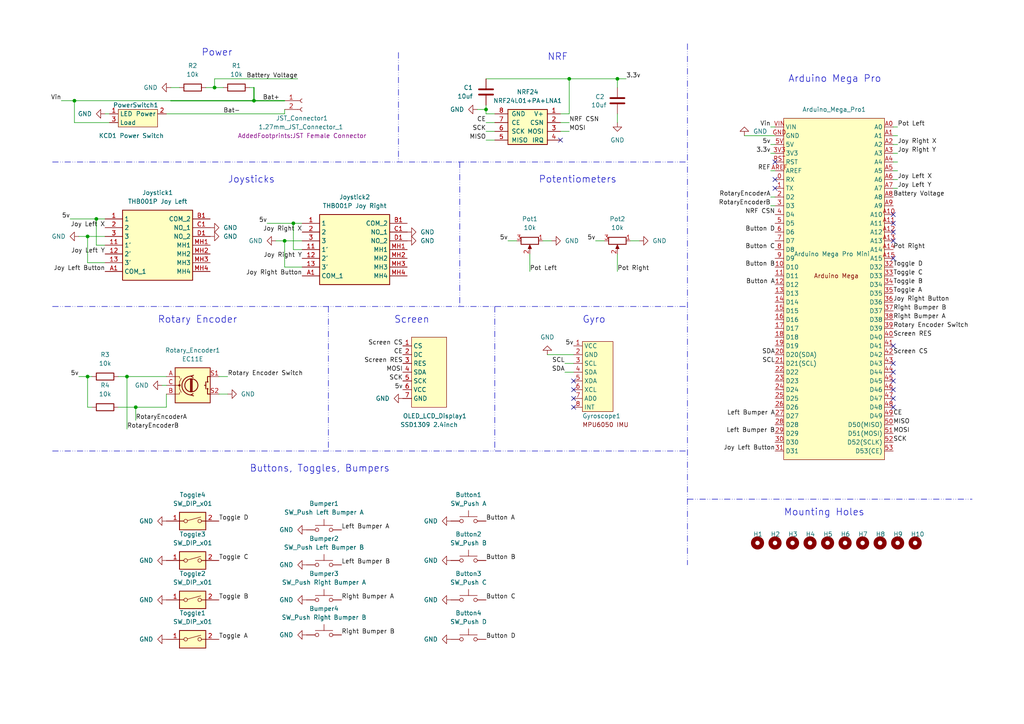
<source format=kicad_sch>
(kicad_sch (version 20230121) (generator eeschema)
  (paper "A4")
  (title_block (title "Arduino Nano Powered RC Transmitter") (date "2025-02-10") (rev "1.04") (company "Aecert Robotics ") (comment 1 "Gyroscope, 3.5 Inch Touchscreen, Rechargable Battery.") (comment 2 "2 Joysticks, 4 Buttons, 4 Bumpers, 4 Toggle Switches, Rotary Encoder, 2 Potentiometers,") (comment 3 "Features:"))
  (lib_symbols
    (symbol "Connector:Conn_01x02_Socket" (pin_names (offset 1.016) hide)
      (property "Reference" "J" (at 0 2.54 0))
      (property "Value" "Conn_01x02_Socket" (at 0 -5.08 0))
      (symbol "Conn_01x02_Socket_1_1"
        (arc (start 0 -2.032) (mid -0.5058 -2.54) (end 0 -3.048) (stroke (width 0.1524)))
        (polyline (pts (xy -1.27 -2.54) (xy -0.508 -2.54)) (stroke (width 0.1524)))
        (polyline (pts (xy -1.27 0) (xy -0.508 0)) (stroke (width 0.1524)))
        (arc (start 0 0.508) (mid -0.5058 0) (end 0 -0.508) (stroke (width 0.1524)))
        (pin passive line (at -5.08 0 0) (length 3.81) (name "Pin_1") (number "1"))
        (pin passive line (at -5.08 -2.54 0) (length 3.81) (name "Pin_2") (number "2"))
      )
    )
    (symbol "Connector_Generic:Conn_02x04_Counter_Clockwise" (pin_names (offset 1.016))
      (property "Reference" "N1" (at 4.445 8.89 0))
      (property "Value" "NRF24L01" (at 4.445 6.35 0))
      (symbol "Conn_02x04_Counter_Clockwise_1_1"
        (rectangle (start -1.27 3.81) (end 10.16 -6.35) (stroke (width 0.254)) (fill (type background)))
        (pin power_in line (at -5.08 2.54 0) (length 3.81) (name "V+") (number "1"))
        (pin input line (at -5.08 0 0) (length 3.81) (name "CSN") (number "2"))
        (pin input line (at -5.08 -2.54 0) (length 3.81) (name "MOSI") (number "3"))
        (pin input line (at -5.08 -5.08 0) (length 3.81) (name "IRQ") (number "4"))
        (pin input line (at 13.97 -5.08 180) (length 3.81) (name "MISO") (number "5"))
        (pin input line (at 13.97 -2.54 180) (length 3.81) (name "SCK") (number "6"))
        (pin input line (at 13.97 0 180) (length 3.81) (name "CE") (number "7"))
        (pin power_out line (at 13.97 2.54 180) (length 3.81) (name "GND") (number "8"))
      )
    )
    (symbol "Device:C" (pin_numbers hide) (pin_names (offset 0.254))
      (property "Reference" "C" (at 0.635 2.54 0))
      (property "Value" "C" (at 0.635 -2.54 0))
      (symbol "C_0_1"
        (polyline (pts (xy -2.032 -0.762) (xy 2.032 -0.762)) (stroke (width 0.508)))
        (polyline (pts (xy -2.032 0.762) (xy 2.032 0.762)) (stroke (width 0.508)))
      )
      (symbol "C_1_1"
        (pin passive line (at 0 3.81 270) (length 2.794) (name "~") (number "1"))
        (pin passive line (at 0 -3.81 90) (length 2.794) (name "~") (number "2"))
      )
    )
    (symbol "Device:R" (pin_numbers hide) (pin_names (offset 0))
      (property "Reference" "R" (at 2.032 0 90))
      (property "Value" "R" (at 0 0 90))
      (symbol "R_0_1"
        (rectangle (start -1.016 -2.54) (end 1.016 2.54) (stroke (width 0.254)))
      )
      (symbol "R_1_1"
        (pin passive line (at 0 3.81 270) (length 1.27) (name "~") (number "1"))
        (pin passive line (at 0 -3.81 90) (length 1.27) (name "~") (number "2"))
      )
    )
    (symbol "Device:R_Potentiometer" (pin_names (offset 1.016) hide)
      (property "Reference" "RV" (at -4.445 0 90))
      (property "Value" "R_Potentiometer" (at -2.54 0 90))
      (symbol "R_Potentiometer_0_1"
        (polyline (pts (xy 2.54 0) (xy 1.524 0)))
        (polyline (pts (xy 1.143 0) (xy 2.286 0.508) (xy 2.286 -0.508) (xy 1.143 0)) (fill (type outline)))
        (rectangle (start 1.016 2.54) (end -1.016 -2.54) (stroke (width 0.254)))
      )
      (symbol "R_Potentiometer_1_1"
        (pin passive line (at 0 3.81 270) (length 1.27) (name "1") (number "1"))
        (pin passive line (at 3.81 0 180) (length 1.27) (name "2") (number "2"))
        (pin passive line (at 0 -3.81 90) (length 1.27) (name "3") (number "3"))
      )
    )
    (symbol "Device:RotaryEncoder_Switch" (pin_names (offset 0.254) hide)
      (property "Reference" "SW" (at 0 6.604 0))
      (property "Value" "RotaryEncoder_Switch" (at 0 -6.604 0))
      (symbol "RotaryEncoder_Switch_0_1"
        (rectangle (start -5.08 5.08) (end 5.08 -5.08) (stroke (width 0.254)) (fill (type background)))
        (circle (center -3.81 0) (radius 0.254) (fill (type outline)))
        (circle (center -0.381 0) (radius 1.905) (stroke (width 0.254)))
        (arc (start -0.381 2.667) (mid -3.0988 -0.0635) (end -0.381 -2.794) (stroke (width 0.254)))
        (polyline (pts (xy -0.635 -1.778) (xy -0.635 1.778)) (stroke (width 0.254)))
        (polyline (pts (xy -0.381 -1.778) (xy -0.381 1.778)) (stroke (width 0.254)))
        (polyline (pts (xy -0.127 1.778) (xy -0.127 -1.778)) (stroke (width 0.254)))
        (polyline (pts (xy 3.81 0) (xy 3.429 0)) (stroke (width 0.254)))
        (polyline (pts (xy 3.81 1.016) (xy 3.81 -1.016)) (stroke (width 0.254)))
        (polyline (pts (xy -5.08 -2.54) (xy -3.81 -2.54) (xy -3.81 -2.032)))
        (polyline (pts (xy -5.08 2.54) (xy -3.81 2.54) (xy -3.81 2.032)))
        (polyline (pts (xy 0.254 -3.048) (xy -0.508 -2.794) (xy 0.127 -2.413)) (stroke (width 0.254)))
        (polyline (pts (xy 0.254 2.921) (xy -0.508 2.667) (xy 0.127 2.286)) (stroke (width 0.254)))
        (polyline (pts (xy 5.08 -2.54) (xy 4.318 -2.54) (xy 4.318 -1.016)) (stroke (width 0.254)))
        (polyline (pts (xy 5.08 2.54) (xy 4.318 2.54) (xy 4.318 1.016)) (stroke (width 0.254)))
        (polyline (pts (xy -5.08 0) (xy -3.81 0) (xy -3.81 -1.016) (xy -3.302 -2.032)))
        (polyline (pts (xy -4.318 0) (xy -3.81 0) (xy -3.81 1.016) (xy -3.302 2.032)))
        (circle (center 4.318 -1.016) (radius 0.127) (stroke (width 0.254)))
        (circle (center 4.318 1.016) (radius 0.127) (stroke (width 0.254)))
      )
      (symbol "RotaryEncoder_Switch_1_1"
        (pin passive line (at -7.62 2.54 0) (length 2.54) (name "A") (number "A"))
        (pin passive line (at -7.62 -2.54 0) (length 2.54) (name "B") (number "B"))
        (pin passive line (at -7.62 0 0) (length 2.54) (name "C") (number "C"))
        (pin passive line (at 7.62 2.54 180) (length 2.54) (name "S1") (number "S1"))
        (pin passive line (at 7.62 -2.54 180) (length 2.54) (name "S2") (number "S2"))
      )
    )
    (symbol "Mechanical:MountingHole" (pin_names (offset 1.016))
      (property "Reference" "H" (at 0 5.08 0))
      (property "Value" "MountingHole" (at 0 3.175 0))
      (symbol "MountingHole_0_1"
        (circle (center 0 0) (radius 1.27) (stroke (width 1.27)))
      )
    )
    (symbol "Modules:Arduino_Mega"
      (property "Reference" "M" (at 13.97 26.67 0))
      (symbol "Arduino_Mega_1_1"
        (rectangle (start 0 24.13) (end 29.21 -74.93) (fill (type background)))
        (text "Arduino Mega" (at 15.24 -21.59 0) (effects (font (size 1.27 1.27))))
        (pin bidirectional line (at -2.54 6.35 0) (length 2.54) (name "RX") (number "0"))
        (pin bidirectional line (at -2.54 3.81 0) (length 2.54) (name "TX") (number "1"))
        (pin bidirectional line (at -2.54 -19.05 0) (length 2.54) (name "D10") (number "10"))
        (pin bidirectional line (at -2.54 -21.59 0) (length 2.54) (name "D11") (number "11"))
        (pin bidirectional line (at -2.54 -24.13 0) (length 2.54) (name "D12") (number "12"))
        (pin bidirectional line (at -2.54 -26.67 0) (length 2.54) (name "D13") (number "13"))
        (pin bidirectional line (at -2.54 -29.21 0) (length 2.54) (name "D14") (number "14"))
        (pin bidirectional line (at -2.54 -31.75 0) (length 2.54) (name "D15") (number "15"))
        (pin bidirectional line (at -2.54 -34.29 0) (length 2.54) (name "D16") (number "16"))
        (pin bidirectional line (at -2.54 -36.83 0) (length 2.54) (name "D17") (number "17"))
        (pin bidirectional line (at -2.54 -39.37 0) (length 2.54) (name "D18") (number "18"))
        (pin bidirectional line (at -2.54 -41.91 0) (length 2.54) (name "D19") (number "19"))
        (pin bidirectional line (at -2.54 1.27 0) (length 2.54) (name "D2") (number "2"))
        (pin bidirectional line (at -2.54 -44.45 0) (length 2.54) (name "D20(SDA)") (number "20"))
        (pin bidirectional line (at -2.54 -46.99 0) (length 2.54) (name "D21(SCL)") (number "21"))
        (pin bidirectional line (at -2.54 -49.53 0) (length 2.54) (name "D22") (number "22"))
        (pin bidirectional line (at -2.54 -52.07 0) (length 2.54) (name "D23") (number "23"))
        (pin bidirectional line (at -2.54 -54.61 0) (length 2.54) (name "D24") (number "24"))
        (pin bidirectional line (at -2.54 -57.15 0) (length 2.54) (name "D25") (number "25"))
        (pin bidirectional line (at -2.54 -59.69 0) (length 2.54) (name "D26") (number "26"))
        (pin bidirectional line (at -2.54 -62.23 0) (length 2.54) (name "D27") (number "27"))
        (pin bidirectional line (at -2.54 -64.77 0) (length 2.54) (name "D28") (number "28"))
        (pin bidirectional line (at -2.54 -67.31 0) (length 2.54) (name "D29") (number "29"))
        (pin bidirectional line (at -2.54 -1.27 0) (length 2.54) (name "D3") (number "3"))
        (pin bidirectional line (at -2.54 -69.85 0) (length 2.54) (name "D30") (number "30"))
        (pin bidirectional line (at -2.54 -72.39 0) (length 2.54) (name "D31") (number "31"))
        (pin bidirectional line (at 31.75 -19.05 180) (length 2.54) (name "D32") (number "32"))
        (pin bidirectional line (at 31.75 -21.59 180) (length 2.54) (name "D33") (number "33"))
        (pin bidirectional line (at 31.75 -24.13 180) (length 2.54) (name "D34") (number "34"))
        (pin bidirectional line (at 31.75 -26.67 180) (length 2.54) (name "D35") (number "35"))
        (pin bidirectional line (at 31.75 -29.21 180) (length 2.54) (name "D36") (number "36"))
        (pin bidirectional line (at 31.75 -31.75 180) (length 2.54) (name "D37") (number "37"))
        (pin bidirectional line (at 31.75 -34.29 180) (length 2.54) (name "D38") (number "38"))
        (pin bidirectional line (at 31.75 -36.83 180) (length 2.54) (name "D39") (number "39"))
        (pin power_out line (at -2.54 13.97 0) (length 2.54) (name "3V3") (number "3V3"))
        (pin bidirectional line (at -2.54 -3.81 0) (length 2.54) (name "D4") (number "4"))
        (pin bidirectional line (at 31.75 -39.37 180) (length 2.54) (name "D40") (number "40"))
        (pin bidirectional line (at 31.75 -41.91 180) (length 2.54) (name "D41") (number "41"))
        (pin bidirectional line (at 31.75 -44.45 180) (length 2.54) (name "D42") (number "42"))
        (pin bidirectional line (at 31.75 -46.99 180) (length 2.54) (name "D43") (number "43"))
        (pin bidirectional line (at 31.75 -49.53 180) (length 2.54) (name "D44") (number "44"))
        (pin bidirectional line (at 31.75 -52.07 180) (length 2.54) (name "D45") (number "45"))
        (pin bidirectional line (at 31.75 -54.61 180) (length 2.54) (name "D46") (number "46"))
        (pin bidirectional line (at 31.75 -57.15 180) (length 2.54) (name "D47") (number "47"))
        (pin bidirectional line (at 31.75 -59.69 180) (length 2.54) (name "D48") (number "48"))
        (pin bidirectional line (at 31.75 -62.23 180) (length 2.54) (name "D49") (number "49"))
        (pin bidirectional line (at -2.54 -6.35 0) (length 2.54) (name "D5") (number "5"))
        (pin bidirectional line (at 31.75 -64.77 180) (length 2.54) (name "D50(MISO)") (number "50"))
        (pin bidirectional line (at 31.75 -67.31 180) (length 2.54) (name "D51(MOSI)") (number "51"))
        (pin bidirectional line (at 31.75 -69.85 180) (length 2.54) (name "D52(SCLK)") (number "52"))
        (pin bidirectional line (at 31.75 -72.39 180) (length 2.54) (name "D53(CE)") (number "53"))
        (pin power_out line (at -2.54 16.51 0) (length 2.54) (name "5V") (number "5V"))
        (pin bidirectional line (at -2.54 -8.89 0) (length 2.54) (name "D6") (number "6"))
        (pin bidirectional line (at -2.54 -11.43 0) (length 2.54) (name "D7") (number "7"))
        (pin bidirectional line (at -2.54 -13.97 0) (length 2.54) (name "D8") (number "8"))
        (pin bidirectional line (at -2.54 -16.51 0) (length 2.54) (name "D9") (number "9"))
        (pin bidirectional line (at 31.75 21.59 180) (length 2.54) (name "A0") (number "A0"))
        (pin bidirectional line (at 31.75 19.05 180) (length 2.54) (name "A1") (number "A1"))
        (pin bidirectional line (at 31.75 -3.81 180) (length 2.54) (name "A10") (number "A10"))
        (pin bidirectional line (at 31.75 -6.35 180) (length 2.54) (name "A11") (number "A11"))
        (pin bidirectional line (at 31.75 -8.89 180) (length 2.54) (name "A12") (number "A12"))
        (pin bidirectional line (at 31.75 -11.43 180) (length 2.54) (name "A13") (number "A13"))
        (pin bidirectional line (at 31.75 -13.97 180) (length 2.54) (name "A14") (number "A14"))
        (pin bidirectional line (at 31.75 -16.51 180) (length 2.54) (name "A15") (number "A15"))
        (pin bidirectional line (at 31.75 16.51 180) (length 2.54) (name "A2") (number "A2"))
        (pin bidirectional line (at 31.75 13.97 180) (length 2.54) (name "A3") (number "A3"))
        (pin bidirectional line (at 31.75 11.43 180) (length 2.54) (name "A4") (number "A4"))
        (pin bidirectional line (at 31.75 8.89 180) (length 2.54) (name "A5") (number "A5"))
        (pin bidirectional line (at 31.75 6.35 180) (length 2.54) (name "A6") (number "A6"))
        (pin bidirectional line (at 31.75 3.81 180) (length 2.54) (name "A7") (number "A7"))
        (pin bidirectional line (at 31.75 1.27 180) (length 2.54) (name "A8") (number "A8"))
        (pin bidirectional line (at 31.75 -1.27 180) (length 2.54) (name "A9") (number "A9"))
        (pin bidirectional line (at -2.54 8.89 0) (length 2.54) (name "AREF") (number "AREF"))
        (pin power_in line (at -2.54 19.05 0) (length 2.54) (name "GND") (number "GND"))
        (pin input line (at -2.54 11.43 0) (length 2.54) (name "RST") (number "RST"))
        (pin power_in line (at -2.54 21.59 0) (length 2.54) (name "VIN") (number "VIN"))
      )
    )
    (symbol "Modules:KCD1_3_Pin_Toggle_Switch"
      (property "Reference" "K" (at 1.27 3.81 0))
      (symbol "KCD1_3_Pin_Toggle_Switch_1_1"
        (rectangle (start -2.54 2.54) (end 8.89 -2.54) (fill (type background)))
        (pin bidirectional line (at -5.08 1.27 0) (length 2.54) (name "LED") (number "1"))
        (pin bidirectional line (at 11.43 1.27 180) (length 2.54) (name "Power") (number "2"))
        (pin power_in line (at -5.08 -1.27 0) (length 2.54) (name "Load") (number "3"))
      )
    )
    (symbol "Modules:MPU6050_IMU"
      (property "Reference" "G1" (at -3.81 -10.16 0))
      (property "Value" "~" (at 0 0 0))
      (symbol "MPU6050_IMU_1_1"
        (rectangle (start -3.81 11.43) (end 5.08 -8.89) (fill (type background)))
        (text "MPU6050 IMU" (at -3.81 -12.7 0) (effects (font (size 1.27 1.27)) (justify left)))
        (pin power_in line (at -6.35 10.16 0) (length 2.54) (name "VCC") (number "1"))
        (pin power_in line (at -6.35 7.62 0) (length 2.54) (name "GND") (number "2"))
        (pin output line (at -6.35 5.08 0) (length 2.54) (name "SCL") (number "3"))
        (pin output line (at -6.35 2.54 0) (length 2.54) (name "SDA") (number "4"))
        (pin input line (at -6.35 0 0) (length 2.54) (name "XDA") (number "5"))
        (pin input line (at -6.35 -2.54 0) (length 2.54) (name "XCL") (number "6"))
        (pin input line (at -6.35 -5.08 0) (length 2.54) (name "AD0") (number "7"))
        (pin input line (at -6.35 -7.62 0) (length 2.54) (name "INT") (number "8"))
      )
    )
    (symbol "Modules:SSD1309_2.4_Inch_OLED"
      (property "Reference" "S" (at 3.81 16.51 0))
      (symbol "SSD1309_2.4_Inch_OLED_1_1"
        (rectangle (start -1.27 15.24) (end 8.89 -5.08) (fill (type background)))
        (pin bidirectional line (at -3.81 12.7 0) (length 2.54) (name "CS") (number "1"))
        (pin bidirectional line (at -3.81 10.16 0) (length 2.54) (name "DC") (number "2"))
        (pin bidirectional line (at -3.81 7.62 0) (length 2.54) (name "RES") (number "3"))
        (pin bidirectional line (at -3.81 5.08 0) (length 2.54) (name "SDA") (number "4"))
        (pin bidirectional line (at -3.81 2.54 0) (length 2.54) (name "SCK") (number "5"))
        (pin bidirectional line (at -3.81 0 0) (length 2.54) (name "VCC") (number "6"))
        (pin bidirectional line (at -3.81 -2.54 0) (length 2.54) (name "GND") (number "7"))
      )
    )
    (symbol "Switch:SW_DIP_x01" (pin_names (offset 0) hide)
      (property "Reference" "SW" (at 0 3.81 0))
      (property "Value" "SW_DIP_x01" (at 0 -3.81 0))
      (symbol "SW_DIP_x01_0_0"
        (circle (center -2.032 0) (radius 0.508))
        (polyline (pts (xy -1.524 0.127) (xy 2.3622 1.1684)))
        (circle (center 2.032 0) (radius 0.508))
      )
      (symbol "SW_DIP_x01_0_1"
        (rectangle (start -3.81 2.54) (end 3.81 -2.54) (stroke (width 0.254)) (fill (type background)))
      )
      (symbol "SW_DIP_x01_1_1"
        (pin passive line (at -7.62 0 0) (length 5.08) (name "~") (number "1"))
        (pin passive line (at 7.62 0 180) (length 5.08) (name "~") (number "2"))
      )
    )
    (symbol "Switch:SW_Push" (pin_numbers hide) (pin_names (offset 1.016) hide)
      (property "Reference" "SW" (at 1.27 2.54 0))
      (property "Value" "SW_Push" (at 0 -1.524 0))
      (symbol "SW_Push_0_1"
        (circle (center -2.032 0) (radius 0.508))
        (polyline (pts (xy 0 1.27) (xy 0 3.048)))
        (polyline (pts (xy 2.54 1.27) (xy -2.54 1.27)))
        (circle (center 2.032 0) (radius 0.508))
        (pin passive line (at -5.08 0 0) (length 2.54) (name "1") (number "1"))
        (pin passive line (at 5.08 0 180) (length 2.54) (name "2") (number "2"))
      )
    )
    (symbol "THB001P:THB001P"
      (property "Reference" "S" (at 26.67 7.62 0))
      (property "Value" "THB001P" (at 26.67 5.08 0))
      (symbol "THB001P_1_1"
        (rectangle (start 5.08 2.54) (end 25.4 -17.78) (stroke (width 0.254)) (fill (type background)))
        (pin passive line (at 0 0 0) (length 5.08) (name "1") (number "1"))
        (pin passive line (at 0 -7.62 0) (length 5.08) (name "1'") (number "11"))
        (pin passive line (at 0 -10.16 0) (length 5.08) (name "2'") (number "12"))
        (pin passive line (at 0 -12.7 0) (length 5.08) (name "3'") (number "13"))
        (pin passive line (at 0 -2.54 0) (length 5.08) (name "2") (number "2"))
        (pin passive line (at 0 -5.08 0) (length 5.08) (name "3") (number "3"))
        (pin passive line (at 0 -15.24 0) (length 5.08) (name "COM_1") (number "A1"))
        (pin passive line (at 30.48 0 180) (length 5.08) (name "COM_2") (number "B1"))
        (pin passive line (at 30.48 -2.54 180) (length 5.08) (name "NO_1") (number "C1"))
        (pin passive line (at 30.48 -5.08 180) (length 5.08) (name "NO_2") (number "D1"))
        (pin passive line (at 30.48 -7.62 180) (length 5.08) (name "MH1") (number "MH1"))
        (pin passive line (at 30.48 -10.16 180) (length 5.08) (name "MH2") (number "MH2"))
        (pin passive line (at 30.48 -12.7 180) (length 5.08) (name "MH3") (number "MH3"))
        (pin passive line (at 30.48 -15.24 180) (length 5.08) (name "MH4") (number "MH4"))
      )
    )
    (symbol "power:GND" (power) (pin_names (offset 0))
      (property "Value" "GND" (at 0 -3.81 0))
      (symbol "GND_0_1"
        (polyline (pts (xy 0 0) (xy 0 -1.27) (xy 1.27 -1.27) (xy 0 -2.54) (xy -1.27 -1.27) (xy 0 -1.27)))
      )
      (symbol "GND_1_1"
        (pin power_in line (at 0 0 270) (length 0) hide (name "GND") (number "1"))
      )
    )
  )
  (junction (at 73.66 29.21))
  (junction (at 25.4 109.22))
  (junction (at 25.4 68.58))
  (junction (at 165.1 22.86))
  (junction (at 39.37 118.11))
  (junction (at 27.94 63.5))
  (junction (at 21.59 29.21))
  (junction (at 179.07 22.86))
  (junction (at 36.83 109.22))
  (junction (at 140.97 31.75))
  (junction (at 82.55 69.85))
  (junction (at 62.23 25.4))
  (junction (at 85.09 64.77))
  (no_connect (at 166.37 110.49))
  (no_connect (at 259.08 105.41))
  (no_connect (at 166.37 115.57))
  (no_connect (at 166.37 118.11))
  (no_connect (at 259.08 67.31))
  (no_connect (at 259.08 62.23))
  (no_connect (at 259.08 115.57))
  (no_connect (at 259.08 113.03))
  (no_connect (at 162.56 40.64))
  (no_connect (at 259.08 110.49))
  (no_connect (at 259.08 74.93))
  (no_connect (at 259.08 107.95))
  (no_connect (at 259.08 69.85))
  (no_connect (at 224.79 54.61))
  (no_connect (at 259.08 64.77))
  (no_connect (at 166.37 113.03))
  (no_connect (at 224.79 46.99))
  (no_connect (at 259.08 100.33))
  (no_connect (at 224.79 52.07))
  (no_connect (at 259.08 118.11))
  (wire (pts (xy 140.97 22.86) (xy 165.1 22.86)))
  (wire (pts (xy 62.23 25.4) (xy 64.77 25.4)))
  (wire (pts (xy 147.32 69.85) (xy 149.86 69.85)))
  (wire (pts (xy 85.09 64.77) (xy 85.09 72.39)))
  (wire (pts (xy 59.69 25.4) (xy 62.23 25.4)))
  (wire (pts (xy 62.23 22.86) (xy 62.23 25.4)))
  (wire (pts (xy 30.48 76.2) (xy 25.4 76.2)))
  (wire (pts (xy 140.97 31.75) (xy 138.43 31.75)))
  (wire (pts (xy 158.75 102.87) (xy 166.37 102.87)))
  (wire (pts (xy 185.42 69.85) (xy 182.88 69.85)))
  (wire (pts (xy 140.97 30.48) (xy 140.97 31.75)))
  (wire (pts (xy 143.51 33.02) (xy 140.97 33.02)))
  (wire (pts (xy 165.1 22.86) (xy 179.07 22.86)))
  (wire (pts (xy 20.32 63.5) (xy 27.94 63.5)))
  (wire (pts (xy 34.29 109.22) (xy 36.83 109.22)))
  (wire (pts (xy 260.35 52.07) (xy 259.08 52.07)))
  (wire (pts (xy 260.35 41.91) (xy 259.08 41.91)))
  (wire (pts (xy 87.63 72.39) (xy 85.09 72.39)))
  (wire (pts (xy 63.5 114.3) (xy 66.04 114.3)))
  (wire (pts (xy 22.86 109.22) (xy 25.4 109.22)))
  (wire (pts (xy 62.23 22.86) (xy 86.36 22.86)))
  (wire (pts (xy 260.35 36.83) (xy 259.08 36.83)))
  (wire (pts (xy 85.09 64.77) (xy 87.63 64.77)))
  (wire (pts (xy 87.63 77.47) (xy 82.55 77.47)))
  (wire (pts (xy 49.53 25.4) (xy 52.07 25.4)))
  (wire (pts (xy 223.52 36.83) (xy 224.79 36.83)))
  (wire (pts (xy 27.94 63.5) (xy 30.48 63.5)))
  (wire (pts (xy 30.48 71.12) (xy 27.94 71.12)))
  (wire (pts (xy 31.75 35.56) (xy 21.59 35.56)))
  (wire (pts (xy 223.52 44.45) (xy 224.79 44.45)))
  (wire (pts (xy 163.83 107.95) (xy 166.37 107.95)))
  (wire (pts (xy 27.94 63.5) (xy 27.94 71.12)))
  (wire (pts (xy 36.83 124.46) (xy 36.83 109.22)))
  (wire (pts (xy 165.1 33.02) (xy 162.56 33.02)))
  (wire (pts (xy 21.59 29.21) (xy 49.53 29.21)))
  (wire (pts (xy 163.83 105.41) (xy 166.37 105.41)))
  (wire (pts (xy 25.4 68.58) (xy 30.48 68.58)))
  (wire (pts (xy 260.35 39.37) (xy 259.08 39.37)))
  (wire (pts (xy 172.72 69.85) (xy 175.26 69.85)))
  (wire (pts (xy 22.86 68.58) (xy 25.4 68.58)))
  (wire (pts (xy 77.47 64.77) (xy 85.09 64.77)))
  (wire (pts (xy 49.53 29.21) (xy 73.66 29.21)) (stroke (width 0.3)))
  (wire (pts (xy 25.4 68.58) (xy 25.4 76.2)))
  (wire (pts (xy 215.9 39.37) (xy 224.79 39.37)))
  (wire (pts (xy 179.07 22.86) (xy 179.07 25.4)))
  (wire (pts (xy 36.83 109.22) (xy 48.26 109.22)))
  (wire (pts (xy 46.99 111.76) (xy 48.26 111.76)))
  (wire (pts (xy 82.55 69.85) (xy 82.55 77.47)))
  (wire (pts (xy 153.67 78.74) (xy 153.67 73.66)))
  (wire (pts (xy 73.66 25.4) (xy 73.66 29.21)) (stroke (width 0.3)))
  (wire (pts (xy 39.37 118.11) (xy 39.37 121.92)))
  (wire (pts (xy 82.55 69.85) (xy 87.63 69.85)))
  (wire (pts (xy 82.55 33.02) (xy 82.55 31.75)))
  (wire (pts (xy 165.1 35.56) (xy 162.56 35.56)))
  (wire (pts (xy 17.78 29.21) (xy 21.59 29.21)))
  (wire (pts (xy 260.35 49.53) (xy 259.08 49.53)))
  (wire (pts (xy 66.04 109.22) (xy 63.5 109.22)))
  (wire (pts (xy 140.97 38.1) (xy 143.51 38.1)))
  (wire (pts (xy 260.35 46.99) (xy 259.08 46.99)))
  (wire (pts (xy 80.01 69.85) (xy 82.55 69.85)))
  (wire (pts (xy 30.48 33.02) (xy 31.75 33.02)))
  (wire (pts (xy 179.07 78.74) (xy 179.07 73.66)))
  (wire (pts (xy 48.26 33.02) (xy 82.55 33.02)))
  (wire (pts (xy 39.37 118.11) (xy 48.26 118.11)))
  (wire (pts (xy 48.26 114.3) (xy 48.26 118.11)))
  (wire (pts (xy 73.66 29.21) (xy 82.55 29.21)) (stroke (width 0.3)))
  (wire (pts (xy 223.52 49.53) (xy 224.79 49.53)))
  (wire (pts (xy 25.4 118.11) (xy 26.67 118.11)))
  (wire (pts (xy 260.35 54.61) (xy 259.08 54.61)))
  (wire (pts (xy 165.1 38.1) (xy 162.56 38.1)))
  (wire (pts (xy 260.35 44.45) (xy 259.08 44.45)))
  (wire (pts (xy 140.97 40.64) (xy 143.51 40.64)))
  (wire (pts (xy 72.39 25.4) (xy 73.66 25.4)))
  (wire (pts (xy 165.1 22.86) (xy 165.1 33.02)))
  (wire (pts (xy 140.97 31.75) (xy 140.97 33.02)))
  (wire (pts (xy 34.29 118.11) (xy 39.37 118.11)))
  (wire (pts (xy 223.52 59.69) (xy 224.79 59.69)))
  (wire (pts (xy 223.52 57.15) (xy 224.79 57.15)))
  (wire (pts (xy 21.59 35.56) (xy 21.59 29.21)))
  (wire (pts (xy 179.07 22.86) (xy 181.61 22.86)))
  (wire (pts (xy 25.4 109.22) (xy 26.67 109.22)))
  (wire (pts (xy 25.4 118.11) (xy 25.4 109.22)))
  (wire (pts (xy 160.02 69.85) (xy 157.48 69.85)))
  (wire (pts (xy 179.07 35.56) (xy 179.07 33.02)))
  (wire (pts (xy 140.97 35.56) (xy 143.51 35.56)))
  (wire (pts (xy 223.52 41.91) (xy 224.79 41.91)))
  (rectangle (start 95.25 88.9) (end 95.25 130.81) (stroke (width 0) (type dash_dot_dot)))
  (rectangle (start 15.24 46.99) (end 199.39 46.99) (stroke (width 0) (type dash_dot_dot)))
  (rectangle (start 15.24 88.9) (end 199.39 88.9) (stroke (width 0) (type dash_dot_dot)))
  (rectangle (start 15.24 130.81) (end 199.39 130.81) (stroke (width 0) (type dash_dot_dot)))
  (rectangle (start 199.39 12.7) (end 199.39 163.83) (stroke (width 0) (type dash_dot_dot)))
  (rectangle (start 199.39 144.78) (end 281.94 144.78) (stroke (width 0) (type dash_dot_dot)))
  (rectangle (start 143.51 88.9) (end 143.51 130.81) (stroke (width 0) (type dash_dot_dot)))
  (rectangle (start 115.57 15.24) (end 115.57 46.99) (stroke (width 0) (type dash_dot_dot)))
  (rectangle (start 133.35 46.99) (end 133.35 88.9) (stroke (width 0) (type dash_dot_dot)))
  (text "Screen" (at 114.3 93.98 0) (effects (font (size 2 2)) (justify left bottom)))
  (text "NRF\n" (at 158.75 17.78 0) (effects (font (size 2 2)) (justify left bottom)))
  (text "Buttons, Toggles, Bumpers\n" (at 72.39 137.16 0) (effects (font (size 2 2)) (justify left bottom)))
  (text "Gyro" (at 168.91 93.98 0) (effects (font (size 2 2)) (justify left bottom)))
  (text "Potentiometers" (at 156.21 53.34 0) (effects (font (size 2 2)) (justify left bottom)))
  (text "Mounting Holes" (at 227.33 149.86 0) (effects (font (size 2 2)) (justify left bottom)))
  (text "Power" (at 58.42 16.51 0) (effects (font (size 2 2)) (justify left bottom)))
  (text "Joysticks" (at 66.04 53.34 0) (effects (font (size 2 2)) (justify left bottom)))
  (text "Rotary Encoder\n" (at 45.72 93.98 0) (effects (font (size 2 2)) (justify left bottom)))
  (text "Arduino Mega Pro" (at 228.6 24.13 0) (effects (font (size 2 2)) (justify left bottom)))
  (label "RotaryEncoderA" (at 223.52 57.15 180))
  (label "Joy Left Y" (at 30.48 73.66 180))
  (label "Toggle A" (at 63.5 185.42 0))
  (label "MISO" (at 259.08 123.19 0))
  (label "Screen RES" (at 116.84 105.41 180))
  (label "SCL" (at 163.83 105.41 180))
  (label "Button D" (at 140.97 185.42 0))
  (label "NRF CSN" (at 224.79 62.23 180))
  (label "SDA" (at 163.83 107.95 180))
  (label "Button A" (at 140.97 151.13 0))
  (label "Pot Right" (at 259.08 72.39 0))
  (label "Joy Right Y" (at 260.35 44.45 0))
  (label "RotaryEncoderA" (at 39.37 121.92 0))
  (label "Rotary Encoder Switch" (at 66.04 109.22 0))
  (label "5v" (at 172.72 69.85 180) (property "Netclass" "5v" (effects hide)))
  (label "MOSI" (at 165.1 38.1 0))
  (label "Bat+" (at 76.2 29.21 0) (property "Netclass" "Vin" (effects hide)))
  (label "Right Bumper B" (at 259.08 90.17 0))
  (label "Toggle D" (at 63.5 151.13 0))
  (label "SCL" (at 224.79 105.41 180))
  (label "MISO" (at 140.97 40.64 180))
  (label "Toggle C" (at 259.08 80.01 0))
  (label "Joy Right Y" (at 87.63 74.93 180))
  (label "CE" (at 259.08 120.65 0))
  (label "CE" (at 140.97 35.56 180))
  (label "Button B" (at 224.79 77.47 180))
  (label "Button B" (at 140.97 162.56 0))
  (label "5v" (at 223.52 41.91 180) (property "Netclass" "5v" (effects hide)))
  (label "Joy Left Button" (at 30.48 78.74 180))
  (label "Battery Voltage" (at 259.08 57.15 0) (property "Netclass" "Default" (effects hide)))
  (label "Left Bumper A" (at 99.06 153.67 0))
  (label "Toggle D" (at 259.08 77.47 0))
  (label "Button A" (at 224.79 82.55 180))
  (label "Screen CS" (at 259.08 102.87 0))
  (label "Toggle C" (at 63.5 162.56 0))
  (label "RotaryEncoderB" (at 223.52 59.69 180))
  (label "Left Bumper B" (at 99.06 163.83 0))
  (label "Pot Right" (at 179.07 78.74 0))
  (label "Right Bumper A" (at 259.08 92.71 0))
  (label "5v" (at 116.84 113.03 180) (property "Netclass" "5v" (effects hide)))
  (label "Joy Left Button" (at 224.79 130.81 180))
  (label "Vin" (at 17.78 29.21 180) (property "Netclass" "Vin" (effects hide)))
  (label "Toggle A" (at 259.08 85.09 0))
  (label "Toggle B" (at 63.5 173.99 0))
  (label "Joy Right Button" (at 259.08 87.63 0))
  (label "Toggle B" (at 259.08 82.55 0))
  (label "Joy Right Button" (at 87.63 80.01 180))
  (label "5v" (at 166.37 100.33 180) (property "Netclass" "5v" (effects hide)))
  (label "SCK" (at 116.84 110.49 180))
  (label "Right Bumper B" (at 99.06 184.15 0))
  (label "Bat-" (at 64.77 33.02 0) (property "Netclass" "Vin" (effects hide)))
  (label "Joy Left X" (at 30.48 66.04 180))
  (label "Button C" (at 224.79 72.39 180))
  (label "Joy Left X" (at 260.35 52.07 0))
  (label "Battery Voltage" (at 86.36 22.86 180) (property "Netclass" "Default" (effects hide)))
  (label "5v" (at 20.32 63.5 180) (property "Netclass" "5v" (effects hide)))
  (label "Button C" (at 140.97 173.99 0))
  (label "Left Bumper B" (at 224.79 125.73 180))
  (label "RotaryEncoderB" (at 36.83 124.46 0))
  (label "Left Bumper A" (at 224.79 120.65 180))
  (label "MOSI" (at 259.08 125.73 0))
  (label "5v" (at 22.86 109.22 180) (property "Netclass" "5v" (effects hide)))
  (label "Pot Left" (at 153.67 78.74 0))
  (label "Joy Left Y" (at 260.35 54.61 0))
  (label "Rotary Encoder Switch" (at 259.08 95.25 0))
  (label "5v" (at 147.32 69.85 180) (property "Netclass" "5v" (effects hide)))
  (label "SCK" (at 259.08 128.27 0))
  (label "Pot Left" (at 260.35 36.83 0))
  (label "Button D" (at 224.79 67.31 180))
  (label "Joy Right X" (at 87.63 67.31 180))
  (label "CE" (at 116.84 102.87 180))
  (label "Screen CS" (at 116.84 100.33 180))
  (label "Screen RES" (at 259.08 97.79 0))
  (label "5v" (at 77.47 64.77 180) (property "Netclass" "5v" (effects hide)))
  (label "MOSI" (at 116.84 107.95 180))
  (label "NRF CSN" (at 165.1 35.56 0))
  (label "3.3v" (at 223.52 44.45 180))
  (label "Right Bumper A" (at 99.06 173.99 0))
  (label "SCK" (at 140.97 38.1 180))
  (label "SDA" (at 224.79 102.87 180))
  (label "REF" (at 223.52 49.53 180))
  (label "Vin" (at 223.52 36.83 180) (property "Netclass" "Vin" (effects hide)))
  (label "3.3v" (at 181.61 22.86 0))
  (label "Joy Right X" (at 260.35 41.91 0))
  (symbol (lib_id "Mechanical:MountingHole") (at 265.43 157.48 0) (unit 1)
    (property "Reference" "H10" (at 264.16 154.94 0) (effects (justify left)))
    (property "Value" "MountingHole_Pad" (effects hide))
    (property "Footprint" "MountingHole:MountingHole_3.2mm_M3" (effects hide))
  )
  (symbol (lib_id "power:GND") (at 116.84 115.57 270) (unit 1)
    (property "Reference" "#PWR014" (effects hide))
    (property "Value" "GND" (at 113.03 115.57 90) (effects (justify right)))
  )
  (symbol (lib_id "Switch:SW_Push") (at 93.98 184.15 0) (unit 1)
    (property "Reference" "Bumper4" (at 93.98 176.53 0))
    (property "Value" "SW_Push Right Bumper B" (at 93.98 179.07 0))
    (property "Footprint" "AddedFootprints:Bumper Pads" (effects hide))
  )
  (symbol (lib_id "power:GND") (at 88.9 173.99 270) (unit 1)
    (property "Reference" "#PWR022" (effects hide))
    (property "Value" "GND" (at 85.09 173.99 90) (effects (justify right)))
  )
  (symbol (lib_id "power:GND") (at 130.81 173.99 270) (unit 1)
    (property "Reference" "#PWR025" (effects hide))
    (property "Value" "GND" (at 127 173.99 90) (effects (justify right)))
  )
  (symbol (lib_id "Switch:SW_Push") (at 93.98 163.83 0) (unit 1)
    (property "Reference" "Bumper2" (at 93.98 156.21 0))
    (property "Value" "SW_Push Left Bumper B" (at 93.98 158.75 0))
    (property "Footprint" "AddedFootprints:Bumper Pads" (effects hide))
  )
  (symbol (lib_id "Device:R_Potentiometer") (at 153.67 69.85 270) (unit 1)
    (property "Reference" "Pot1" (at 153.67 63.5 90))
    (property "Value" "10k" (at 153.67 66.04 90))
    (property "Footprint" "Potentiometer_THT:Potentiometer_Bourns_PTV09A-1_Single_Vertical" (effects hide))
    (property "Part Number" "PTV09A-4220F-B103" (effects hide))
  )
  (symbol (lib_id "Switch:SW_Push") (at 135.89 173.99 0) (unit 1)
    (property "Reference" "Button3" (at 135.89 166.37 0))
    (property "Value" "SW_Push C" (at 135.89 168.91 0))
    (property "Footprint" "Button_Switch_THT:SW_PUSH_6mm" (effects hide))
  )
  (symbol (lib_id "Switch:SW_Push") (at 135.89 185.42 0) (unit 1)
    (property "Reference" "Button4" (at 135.89 177.8 0))
    (property "Value" "SW_Push D" (at 135.89 180.34 0))
    (property "Footprint" "Button_Switch_THT:SW_PUSH_6mm" (effects hide))
  )
  (symbol (lib_id "Mechanical:MountingHole") (at 260.35 157.48 0) (unit 1)
    (property "Reference" "H9" (at 259.08 154.94 0) (effects (justify left)))
    (property "Value" "MountingHole_Pad" (effects hide))
    (property "Footprint" "MountingHole:MountingHole_3.2mm_M3" (effects hide))
  )
  (symbol (lib_id "Mechanical:MountingHole") (at 250.19 157.48 0) (unit 1)
    (property "Reference" "H7" (at 248.92 154.94 0) (effects (justify left)))
    (property "Value" "MountingHole_Pad" (effects hide))
    (property "Footprint" "MountingHole:MountingHole_3.2mm_M3" (effects hide))
  )
  (symbol (lib_id "Switch:SW_DIP_x01") (at 55.88 185.42 0) (unit 1)
    (property "Reference" "Toggle1" (at 55.88 177.8 0))
    (property "Value" "SW_DIP_x01" (at 55.88 180.34 0))
    (property "Footprint" "AddedFootprints:SPST Mini Toggle Switch 2 Pin 2 Position" (effects hide))
  )
  (symbol (lib_id "Modules:MPU6050_IMU") (at 172.72 110.49 0) (unit 1)
    (property "Reference" "Gyroscope1" (at 168.91 120.65 0) (effects (justify left)))
    (property "Value" "MPU6050 Gyroscope" (effects hide))
    (property "Footprint" "AddedFootprints:MPU6050 Gyroscope" (effects hide))
  )
  (symbol (lib_id "power:GND") (at 130.81 185.42 270) (unit 1)
    (property "Reference" "#PWR024" (effects hide))
    (property "Value" "GND" (at 127 185.42 90) (effects (justify right)))
  )
  (symbol (lib_id "power:GND") (at 130.81 151.13 270) (unit 1)
    (property "Reference" "#PWR027" (effects hide))
    (property "Value" "GND" (at 127 151.13 90) (effects (justify right)))
  )
  (symbol (lib_id "Device:R_Potentiometer") (at 179.07 69.85 270) (unit 1)
    (property "Reference" "Pot2" (at 179.07 63.5 90))
    (property "Value" "10k" (at 179.07 66.04 90))
    (property "Footprint" "Potentiometer_THT:Potentiometer_Bourns_PTV09A-1_Single_Vertical" (effects hide))
    (property "Part Number" "PTV09A-4220F-B103" (effects hide))
  )
  (symbol (lib_id "power:GND") (at 88.9 163.83 270) (unit 1)
    (property "Reference" "#PWR021" (effects hide))
    (property "Value" "GND" (at 85.09 163.83 90) (effects (justify right)))
  )
  (symbol (lib_id "power:GND") (at 48.26 162.56 270) (unit 1)
    (property "Reference" "#PWR015" (effects hide))
    (property "Value" "GND" (at 44.45 162.56 90) (effects (justify right)))
  )
  (symbol (lib_id "Device:R") (at 55.88 25.4 90) (unit 1)
    (property "Reference" "R2" (at 55.88 19.05 90))
    (property "Value" "10k" (at 55.88 21.59 90))
    (property "Footprint" "Resistor_THT:R_Axial_DIN0207_L6.3mm_D2.5mm_P7.62mm_Horizontal" (effects hide))
  )
  (symbol (lib_id "Device:RotaryEncoder_Switch") (at 55.88 111.76 0) (unit 1)
    (property "Reference" "Rotary_Encoder1" (at 55.88 101.6 0))
    (property "Value" "EC11E" (at 55.88 104.14 0))
    (property "Footprint" "Rotary_Encoder:RotaryEncoder_Alps_EC11E-Switch_Vertical_H20mm" (effects hide))
  )
  (symbol (lib_id "power:GND") (at 185.42 69.85 90) (unit 1)
    (property "Reference" "#PWR04" (effects hide))
    (property "Value" "GND" (at 189.23 69.85 90) (effects (justify right)))
  )
  (symbol (lib_id "Mechanical:MountingHole") (at 224.79 157.48 0) (unit 1)
    (property "Reference" "H2" (at 223.52 154.94 0) (effects (justify left)))
    (property "Value" "MountingHole_Pad" (effects hide))
    (property "Footprint" "MountingHole:MountingHole_3.2mm_M3" (effects hide))
  )
  (symbol (lib_id "Switch:SW_DIP_x01") (at 55.88 162.56 0) (unit 1)
    (property "Reference" "Toggle3" (at 55.88 154.94 0))
    (property "Value" "SW_DIP_x01" (at 55.88 157.48 0))
    (property "Footprint" "AddedFootprints:SPST Mini Toggle Switch 2 Pin 2 Position" (effects hide))
  )
  (symbol (lib_id "Modules:KCD1_3_Pin_Toggle_Switch") (at 36.83 34.29 0) (unit 1)
    (property "Reference" "PowerSwitch1" (at 39.37 30.48 0))
    (property "Value" "KCD1 Power Switch" (at 38.1 39.37 0))
    (property "Footprint" "AddedFootprints:KCD1 Mini Rocker Switch" (effects hide))
  )
  (symbol (lib_id "power:GND") (at 80.01 69.85 270) (mirror x) (unit 1)
    (property "Reference" "#PWR017" (effects hide))
    (property "Value" "GND" (at 76.2 69.85 90) (effects (justify right)))
  )
  (symbol (lib_id "Device:C") (at 140.97 26.67 0) (mirror y) (unit 1)
    (property "Reference" "C1" (at 137.16 25.4 0) (effects (justify left)))
    (property "Value" "10uf" (at 137.16 27.94 0) (effects (justify left)))
    (property "Footprint" "Capacitor_THT:CP_Radial_D5.0mm_P2.50mm" (effects hide))
  )
  (symbol (lib_id "power:GND") (at 158.75 102.87 180) (unit 1)
    (property "Reference" "#PWR05" (effects hide))
    (property "Value" "GND" (at 158.75 97.79 0))
  )
  (symbol (lib_id "power:GND") (at 49.53 25.4 270) (unit 1)
    (property "Reference" "#PWR08" (effects hide))
    (property "Value" "GND" (at 45.72 25.4 90) (effects (justify right)))
  )
  (symbol (lib_id "power:GND") (at 22.86 68.58 270) (mirror x) (unit 1)
    (property "Reference" "#PWR09" (effects hide))
    (property "Value" "GND" (at 19.05 68.58 90) (effects (justify right)))
  )
  (symbol (lib_id "Device:R") (at 68.58 25.4 90) (unit 1)
    (property "Reference" "R1" (at 68.58 19.05 90))
    (property "Value" "10k" (at 68.58 21.59 90))
    (property "Footprint" "Resistor_THT:R_Axial_DIN0207_L6.3mm_D2.5mm_P7.62mm_Horizontal" (effects hide))
  )
  (symbol (lib_id "power:GND") (at 138.43 31.75 270) (mirror x) (unit 1)
    (property "Reference" "#PWR013" (effects hide))
    (property "Value" "GND" (at 134.62 31.75 90) (effects (justify right)))
  )
  (symbol (lib_id "Device:R") (at 30.48 118.11 90) (unit 1)
    (property "Reference" "R4" (at 30.48 111.76 90))
    (property "Value" "10k" (at 30.48 114.3 90))
    (property "Footprint" "Resistor_THT:R_Axial_DIN0207_L6.3mm_D2.5mm_P7.62mm_Horizontal" (effects hide))
  )
  (symbol (lib_id "power:GND") (at 118.11 67.31 90) (mirror x) (unit 1)
    (property "Reference" "#PWR016" (effects hide))
    (property "Value" "GND" (at 121.92 67.31 90) (effects (justify right)))
  )
  (symbol (lib_id "Mechanical:MountingHole") (at 240.03 157.48 0) (unit 1)
    (property "Reference" "H5" (at 238.76 154.94 0) (effects (justify left)))
    (property "Value" "MountingHole_Pad" (effects hide))
    (property "Footprint" "MountingHole:MountingHole_3.2mm_M3" (effects hide))
  )
  (symbol (lib_id "power:GND") (at 118.11 69.85 90) (mirror x) (unit 1)
    (property "Reference" "#PWR028" (effects hide))
    (property "Value" "GND" (at 121.92 69.85 90) (effects (justify right)))
  )
  (symbol (lib_id "Modules:SSD1309_2.4_Inch_OLED") (at 120.65 113.03 0) (unit 1)
    (property "Reference" "OLED_LCD_Display1" (at 116.84 120.65 0) (effects (justify left)))
    (property "Value" "SSD1309 2.4inch" (at 124.46 123.19 0))
    (property "Footprint" "AddedFootprints:OLED LCD Display SSD1309" (effects hide))
  )
  (symbol (lib_id "Switch:SW_DIP_x01") (at 55.88 173.99 0) (unit 1)
    (property "Reference" "Toggle2" (at 55.88 166.37 0))
    (property "Value" "SW_DIP_x01" (at 55.88 168.91 0))
    (property "Footprint" "AddedFootprints:SPST Mini Toggle Switch 2 Pin 2 Position" (effects hide))
  )
  (symbol (lib_id "Mechanical:MountingHole") (at 255.27 157.48 0) (unit 1)
    (property "Reference" "H8" (at 254 154.94 0) (effects (justify left)))
    (property "Value" "MountingHole_Pad" (effects hide))
    (property "Footprint" "MountingHole:MountingHole_3.2mm_M3" (effects hide))
  )
  (symbol (lib_id "power:GND") (at 48.26 173.99 270) (unit 1)
    (property "Reference" "#PWR018" (effects hide))
    (property "Value" "GND" (at 44.45 173.99 90) (effects (justify right)))
  )
  (symbol (lib_id "power:GND") (at 215.9 39.37 180) (unit 1)
    (property "Reference" "#PWR02" (effects hide))
    (property "Value" "GND" (at 218.44 38.1 0) (effects (justify right)))
  )
  (symbol (lib_id "power:GND") (at 88.9 184.15 270) (unit 1)
    (property "Reference" "#PWR023" (effects hide))
    (property "Value" "GND" (at 85.09 184.15 90) (effects (justify right)))
  )
  (symbol (lib_id "Connector_Generic:Conn_02x04_Counter_Clockwise") (at 157.48 35.56 0) (mirror y) (unit 1)
    (property "Reference" "NRF24" (at 153.035 26.67 0))
    (property "Value" "NRF24L01+PA+LNA1" (at 153.035 29.21 0))
    (property "Footprint" "AddedFootprints:NRF24L01+ Antenna" (effects hide))
  )
  (symbol (lib_id "Device:R") (at 30.48 109.22 90) (unit 1)
    (property "Reference" "R3" (at 30.48 102.87 90))
    (property "Value" "10k" (at 30.48 105.41 90))
    (property "Footprint" "Resistor_THT:R_Axial_DIN0207_L6.3mm_D2.5mm_P7.62mm_Horizontal" (effects hide))
  )
  (symbol (lib_id "Switch:SW_Push") (at 93.98 173.99 0) (unit 1)
    (property "Reference" "Bumper3" (at 93.98 166.37 0))
    (property "Value" "SW_Push Right Bumper A" (at 93.98 168.91 0))
    (property "Footprint" "AddedFootprints:Bumper Pads" (effects hide))
  )
  (symbol (lib_id "power:GND") (at 88.9 153.67 270) (unit 1)
    (property "Reference" "#PWR020" (effects hide))
    (property "Value" "GND" (at 85.09 153.67 90) (effects (justify right)))
  )
  (symbol (lib_id "THB001P:THB001P") (at 30.48 63.5 0) (unit 1)
    (property "Reference" "Joystick1" (at 45.72 55.88 0))
    (property "Value" "THB001P Joy Left" (at 45.72 58.42 0))
    (property "Footprint" "THB001P" (effects hide))
    (property "Datasheet" "https://www.ckswitches.com/media/2873/thb.pdf" (effects hide))
    (property "Height" "19.85" (effects hide))
    (property "Mouser Part Number" "611-THB001P" (effects hide))
    (property "Mouser Price/Stock" "https://www.mouser.co.uk/ProductDetail/CK/THB001P?qs=OlC7AqGiEDlMaVQ%2FEBrivA%3D%3D" (effects hide))
    (property "Manufacturer_Name" "C & K COMPONENTS" (effects hide))
    (property "Manufacturer_Part_Number" "THB001P" (effects hide))
  )
  (symbol (lib_id "Mechanical:MountingHole") (at 234.95 157.48 0) (unit 1)
    (property "Reference" "H4" (at 233.68 154.94 0) (effects (justify left)))
    (property "Value" "MountingHole_Pad" (effects hide))
    (property "Footprint" "MountingHole:MountingHole_3.2mm_M3" (effects hide))
  )
  (symbol (lib_id "Mechanical:MountingHole") (at 245.11 157.48 0) (unit 1)
    (property "Reference" "H6" (at 243.84 154.94 0) (effects (justify left)))
    (property "Value" "MountingHole_Pad" (effects hide))
    (property "Footprint" "MountingHole:MountingHole_3.2mm_M3" (effects hide))
  )
  (symbol (lib_id "power:GND") (at 46.99 111.76 270) (unit 1)
    (property "Reference" "#PWR07" (effects hide))
    (property "Value" "GND" (at 43.18 111.76 90) (effects (justify right)))
  )
  (symbol (lib_id "Switch:SW_Push") (at 135.89 162.56 0) (unit 1)
    (property "Reference" "Button2" (at 135.89 154.94 0))
    (property "Value" "SW_Push B" (at 135.89 157.48 0))
    (property "Footprint" "Button_Switch_THT:SW_PUSH_6mm" (effects hide))
  )
  (symbol (lib_id "Modules:Arduino_Mega") (at 227.33 58.42 0) (unit 1)
    (property "Reference" "Arduino_Mega_Pro1" (at 241.935 31.75 0))
    (property "Value" "Arduino Mega Pro Mini" (at 241.3 73.66 0))
    (property "Footprint" "AddedFootprints:Arduino Mega Pro" (effects hide))
  )
  (symbol (lib_id "THB001P:THB001P") (at 87.63 64.77 0) (unit 1)
    (property "Reference" "Joystick2" (at 102.87 57.15 0))
    (property "Value" "THB001P Joy Right" (at 102.87 59.69 0))
    (property "Footprint" "THB001P" (effects hide))
    (property "Datasheet" "https://www.ckswitches.com/media/2873/thb.pdf" (effects hide))
    (property "Height" "19.85" (effects hide))
    (property "Mouser Part Number" "611-THB001P" (effects hide))
    (property "Mouser Price/Stock" "https://www.mouser.co.uk/ProductDetail/CK/THB001P?qs=OlC7AqGiEDlMaVQ%2FEBrivA%3D%3D" (effects hide))
    (property "Manufacturer_Name" "C & K COMPONENTS" (effects hide))
    (property "Manufacturer_Part_Number" "THB001P" (effects hide))
  )
  (symbol (lib_id "Mechanical:MountingHole") (at 229.87 157.48 0) (unit 1)
    (property "Reference" "H3" (at 228.6 154.94 0) (effects (justify left)))
    (property "Value" "MountingHole_Pad" (effects hide))
    (property "Footprint" "MountingHole:MountingHole_3.2mm_M3" (effects hide))
  )
  (symbol (lib_id "power:GND") (at 179.07 35.56 0) (mirror y) (unit 1)
    (property "Reference" "#PWR012" (effects hide))
    (property "Value" "GND" (at 179.07 40.64 0))
  )
  (symbol (lib_id "power:GND") (at 48.26 185.42 270) (unit 1)
    (property "Reference" "#PWR019" (effects hide))
    (property "Value" "GND" (at 44.45 185.42 90) (effects (justify right)))
  )
  (symbol (lib_id "power:GND") (at 66.04 114.3 90) (unit 1)
    (property "Reference" "#PWR06" (effects hide))
    (property "Value" "GND" (at 69.85 114.3 90) (effects (justify right)))
  )
  (symbol (lib_id "power:GND") (at 60.96 68.58 90) (mirror x) (unit 1)
    (property "Reference" "#PWR029" (effects hide))
    (property "Value" "GND" (at 64.77 68.58 90) (effects (justify right)))
  )
  (symbol (lib_id "Connector:Conn_01x02_Socket") (at 87.63 29.21 0) (unit 1)
    (property "Reference" "JST_Connector1" (at 80.01 34.29 0) (effects (justify left)))
    (property "Value" "1.27mm_JST_Connector_1" (at 74.93 36.83 0) (effects (justify left)))
    (property "Footprint" "AddedFootprints:JST Female Connector" (at 87.63 39.37 0))
  )
  (symbol (lib_id "Switch:SW_Push") (at 93.98 153.67 0) (unit 1)
    (property "Reference" "Bumper1" (at 93.98 146.05 0))
    (property "Value" "SW_Push Left Bumper A" (at 93.98 148.59 0))
    (property "Footprint" "AddedFootprints:Bumper Pads" (effects hide))
  )
  (symbol (lib_id "power:GND") (at 60.96 66.04 90) (mirror x) (unit 1)
    (property "Reference" "#PWR010" (effects hide))
    (property "Value" "GND" (at 64.77 66.04 90) (effects (justify right)))
  )
  (symbol (lib_id "power:GND") (at 30.48 33.02 270) (unit 1)
    (property "Reference" "#PWR01" (effects hide))
    (property "Value" "GND" (at 26.67 33.02 90) (effects (justify right)))
  )
  (symbol (lib_id "Switch:SW_DIP_x01") (at 55.88 151.13 0) (unit 1)
    (property "Reference" "Toggle4" (at 55.88 143.51 0))
    (property "Value" "SW_DIP_x01" (at 55.88 146.05 0))
    (property "Footprint" "AddedFootprints:SPST Mini Toggle Switch 2 Pin 2 Position" (effects hide))
  )
  (symbol (lib_id "power:GND") (at 160.02 69.85 90) (unit 1)
    (property "Reference" "#PWR03" (effects hide))
    (property "Value" "GND" (at 163.83 69.85 90) (effects (justify right)))
  )
  (symbol (lib_id "power:GND") (at 48.26 151.13 270) (unit 1)
    (property "Reference" "#PWR011" (effects hide))
    (property "Value" "GND" (at 44.45 151.13 90) (effects (justify right)))
  )
  (symbol (lib_id "Mechanical:MountingHole") (at 219.71 157.48 0) (unit 1)
    (property "Reference" "H1" (at 218.44 154.94 0) (effects (justify left)))
    (property "Value" "MountingHole_Pad" (effects hide))
    (property "Footprint" "MountingHole:MountingHole_3.2mm_M3" (effects hide))
  )
  (symbol (lib_id "Switch:SW_Push") (at 135.89 151.13 0) (unit 1)
    (property "Reference" "Button1" (at 135.89 143.51 0))
    (property "Value" "SW_Push A" (at 135.89 146.05 0))
    (property "Footprint" "Button_Switch_THT:SW_PUSH_6mm" (effects hide))
  )
  (symbol (lib_id "Device:C") (at 179.07 29.21 0) (mirror y) (unit 1)
    (property "Reference" "C2" (at 172.6537 28.0725 0) (effects (justify right)))
    (property "Value" "10uf" (at 171.45 30.48 0) (effects (justify right)))
    (property "Footprint" "Capacitor_THT:CP_Radial_D5.0mm_P2.50mm" (effects hide))
  )
  (symbol (lib_id "power:GND") (at 130.81 162.56 270) (unit 1)
    (property "Reference" "#PWR026" (effects hide))
    (property "Value" "GND" (at 127 162.56 90) (effects (justify right)))
  )
)
</source>
